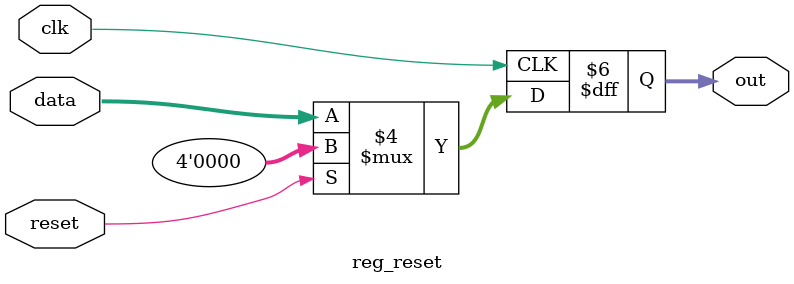
<source format=v>


module reg_reset #(parameter W=4)(
input [W-1:0] data,
input clk,
input reset,
output reg [W-1:0] out

);

	always@(posedge clk) begin			// wait for the clock
		if(reset==0)
		out<=data;					// if reset is zero write to the register

		else
		out<=0;

	end

endmodule

</source>
